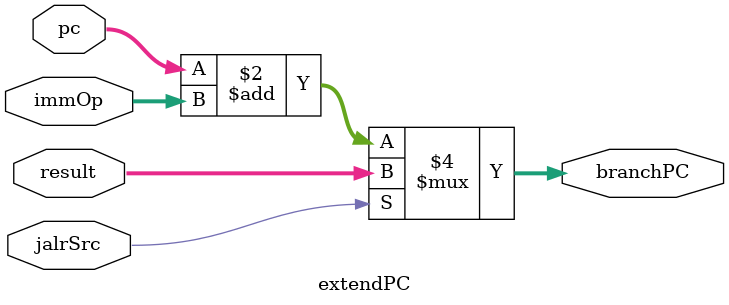
<source format=sv>
module extendPC #(
    parameter DATA_WIDTH = 32,
    parameter ADDR_WIDTH = 32
) (
    input   logic [ADDR_WIDTH-1:0]  pc,
    input   logic [DATA_WIDTH-1:0]  immOp,
    input   logic [DATA_WIDTH-1:0]  result,
    input   logic                   jalrSrc,
    output  logic [ADDR_WIDTH-1:0]  branchPC
);

    always_comb
        if (jalrSrc)
            branchPC = result;
        else
            branchPC = pc + immOp;
    
endmodule

</source>
